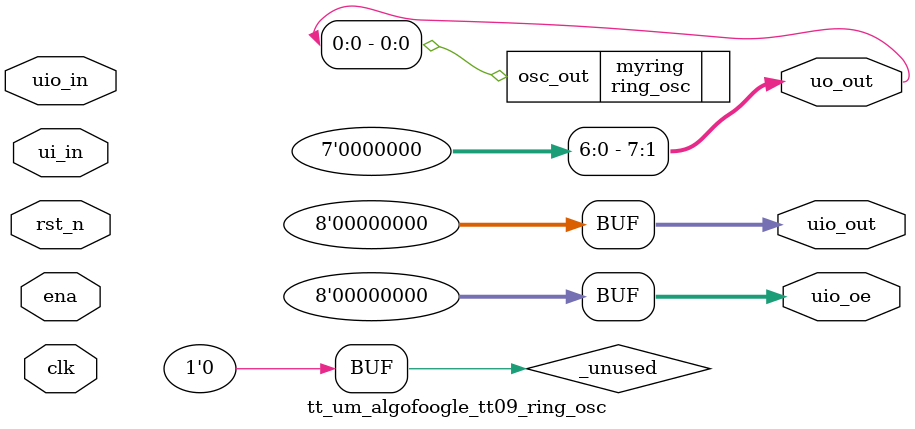
<source format=v>
/*
 * Copyright (c) 2024 Anton Maurovic
 * SPDX-License-Identifier: Apache-2.0
 */

`default_nettype none

module tt_um_algofoogle_tt09_ring_osc (
    input  wire [7:0] ui_in,    // Dedicated inputs
    output wire [7:0] uo_out,   // Dedicated outputs
    input  wire [7:0] uio_in,   // IOs: Input path
    output wire [7:0] uio_out,  // IOs: Output path
    output wire [7:0] uio_oe,   // IOs: Enable path (active high: 0=input, 1=output)
    input  wire       ena,      // always 1 when the design is powered, so you can ignore it
    input  wire       clk,      // clock
    input  wire       rst_n     // reset_n - low to reset
);

  ring_osc myring (
    .osc_out(uo_out[0])
  );

  assign uo_out[7:1] = 7'b000_0000;

  // List all unused inputs to prevent warnings
  wire _unused = &{ui_in, uio_in, ena, clk, rst_n, 1'b0};

  assign uio_oe = 8'b0000_0000; // UIOs unused but make them inputs by default.
  assign uio_out = 8'b0000_0000;

endmodule

</source>
